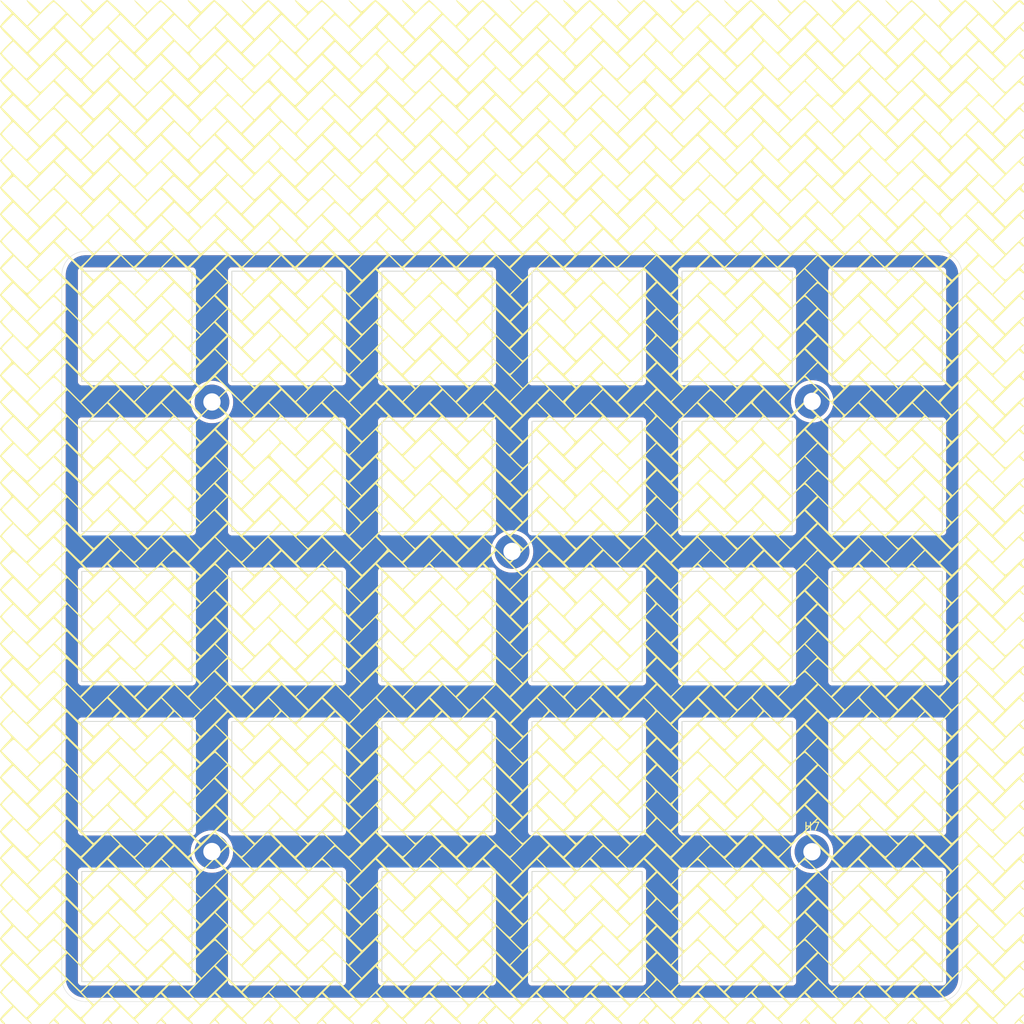
<source format=kicad_pcb>
(kicad_pcb (version 20241229) (generator "pcbnew") (generator_version "9.0")
  (layers (0 "F.Cu" signal) (2 "B.Cu" signal) (13 "F.Paste" user) (15 "B.Paste" user) (5 "F.SilkS" user "F.Silkscreen") (7 "B.SilkS" user "B.Silkscreen") (1 "F.Mask" user) (3 "B.Mask" user) (25 "Edge.Cuts" user))
  (net 0 "")
  (footprint "ScottoKeebs_Cutout:Cutout_MX_1.00u" (layer "F.Cu") (at 133.35 76.2)
    (property "Reference" "S3_0" (hide yes))
    (property "Value" "Keyswitch" (hide yes))
    (fp_line (start -7 -7) (end -7 7) (stroke (width 0.1)) (layer "Edge.Cuts"))
    (fp_line (start -7 7) (end 7 7) (stroke (width 0.1)) (layer "Edge.Cuts"))
    (fp_line (start 7 -7) (end -7 -7) (stroke (width 0.1)) (layer "Edge.Cuts"))
    (fp_line (start 7 7) (end 7 -7) (stroke (width 0.1)) (layer "Edge.Cuts"))
  )
  (footprint "MountingHole:MountingHole_2.2mm_M2_Pad" (layer "F.Cu") (at 85.725 142.875)
    (property "Reference" "H6" (hide yes))
    (property "Value" "M2" (hide yes))
    (pad "1" thru_hole circle (at 0 0) (size 4.4 4.4) (drill 2.2) (layers "*.Cu" "*.Mask"))
  )
  (footprint "MountingHole:MountingHole_2.2mm_M2_Pad" (layer "F.Cu") (at 161.925 85.725)
    (property "Reference" "H8" (hide yes))
    (property "Value" "M2")
    (pad "1" thru_hole circle (at 0 0) (size 4.4 4.4) (drill 2.2) (layers "*.Cu" "*.Mask"))
  )
  (footprint "MountingHole:MountingHole_2.2mm_M2_Pad" (layer "F.Cu") (at 161.9 142.9)
    (property "Reference" "H7" (at 0 -3.2 0) (layer "F.SilkS"))
    (property "Value" "M2")
    (pad "1" thru_hole circle (at 0 0) (size 4.4 4.4) (drill 2.2) (layers "*.Cu" "*.Mask"))
  )
  (footprint "ScottoKeebs_Cutout:Cutout_MX_1.00u" (layer "F.Cu") (at 95.25 95.25)
    (property "Reference" "S1_1" (hide yes))
    (property "Value" "Keyswitch" (hide yes))
    (fp_line (start -7 -7) (end -7 7) (stroke (width 0.1)) (layer "Edge.Cuts"))
    (fp_line (start -7 7) (end 7 7) (stroke (width 0.1)) (layer "Edge.Cuts"))
    (fp_line (start 7 -7) (end -7 -7) (stroke (width 0.1)) (layer "Edge.Cuts"))
    (fp_line (start 7 7) (end 7 -7) (stroke (width 0.1)) (layer "Edge.Cuts"))
  )
  (footprint "ScottoKeebs_Cutout:Cutout_MX_1.00u" (layer "F.Cu") (at 152.4 95.25)
    (property "Reference" "S4_1" (hide yes))
    (property "Value" "Keyswitch" (hide yes))
    (fp_line (start -7 -7) (end -7 7) (stroke (width 0.1)) (layer "Edge.Cuts"))
    (fp_line (start -7 7) (end 7 7) (stroke (width 0.1)) (layer "Edge.Cuts"))
    (fp_line (start 7 -7) (end -7 -7) (stroke (width 0.1)) (layer "Edge.Cuts"))
    (fp_line (start 7 7) (end 7 -7) (stroke (width 0.1)) (layer "Edge.Cuts"))
  )
  (footprint "ScottoKeebs_Cutout:Cutout_MX_1.00u" (layer "F.Cu") (at 95.25 114.3)
    (property "Reference" "S1_2" (hide yes))
    (property "Value" "Keyswitch" (hide yes))
    (fp_line (start -7 -7) (end -7 7) (stroke (width 0.1)) (layer "Edge.Cuts"))
    (fp_line (start -7 7) (end 7 7) (stroke (width 0.1)) (layer "Edge.Cuts"))
    (fp_line (start 7 -7) (end -7 -7) (stroke (width 0.1)) (layer "Edge.Cuts"))
    (fp_line (start 7 7) (end 7 -7) (stroke (width 0.1)) (layer "Edge.Cuts"))
  )
  (footprint "ScottoKeebs_Cutout:Cutout_MX_1.00u" (layer "F.Cu") (at 152.4 76.2)
    (property "Reference" "S4_0" (hide yes))
    (property "Value" "Keyswitch" (hide yes))
    (fp_line (start -7 -7) (end -7 7) (stroke (width 0.1)) (layer "Edge.Cuts"))
    (fp_line (start -7 7) (end 7 7) (stroke (width 0.1)) (layer "Edge.Cuts"))
    (fp_line (start 7 -7) (end -7 -7) (stroke (width 0.1)) (layer "Edge.Cuts"))
    (fp_line (start 7 7) (end 7 -7) (stroke (width 0.1)) (layer "Edge.Cuts"))
  )
  (footprint "ScottoKeebs_Cutout:Cutout_MX_1.00u" (layer "F.Cu") (at 133.35 95.25)
    (property "Reference" "S3_1" (hide yes))
    (property "Value" "Keyswitch" (hide yes))
    (fp_line (start -7 -7) (end -7 7) (stroke (width 0.1)) (layer "Edge.Cuts"))
    (fp_line (start -7 7) (end 7 7) (stroke (width 0.1)) (layer "Edge.Cuts"))
    (fp_line (start 7 -7) (end -7 -7) (stroke (width 0.1)) (layer "Edge.Cuts"))
    (fp_line (start 7 7) (end 7 -7) (stroke (width 0.1)) (layer "Edge.Cuts"))
  )
  (footprint "ScottoKeebs_Cutout:Cutout_MX_1.00u" (layer "F.Cu") (at 95.25 152.4)
    (property "Reference" "S1_4" (hide yes))
    (property "Value" "Keyswitch" (hide yes))
    (fp_line (start -7 -7) (end -7 7) (stroke (width 0.1)) (layer "Edge.Cuts"))
    (fp_line (start -7 7) (end 7 7) (stroke (width 0.1)) (layer "Edge.Cuts"))
    (fp_line (start 7 -7) (end -7 -7) (stroke (width 0.1)) (layer "Edge.Cuts"))
    (fp_line (start 7 7) (end 7 -7) (stroke (width 0.1)) (layer "Edge.Cuts"))
  )
  (footprint "ScottoKeebs_Cutout:Cutout_MX_1.00u" (layer "F.Cu") (at 95.25 76.2)
    (property "Reference" "S1_0" (hide yes))
    (property "Value" "Keyswitch" (hide yes))
    (fp_line (start -7 -7) (end -7 7) (stroke (width 0.1)) (layer "Edge.Cuts"))
    (fp_line (start -7 7) (end 7 7) (stroke (width 0.1)) (layer "Edge.Cuts"))
    (fp_line (start 7 -7) (end -7 -7) (stroke (width 0.1)) (layer "Edge.Cuts"))
    (fp_line (start 7 7) (end 7 -7) (stroke (width 0.1)) (layer "Edge.Cuts"))
  )
  (footprint "ScottoKeebs_Cutout:Cutout_MX_1.00u" (layer "F.Cu") (at 171.45 95.25)
    (property "Reference" "S5_1" (hide yes))
    (property "Value" "Keyswitch" (hide yes))
    (fp_line (start -7 -7) (end -7 7) (stroke (width 0.1)) (layer "Edge.Cuts"))
    (fp_line (start -7 7) (end 7 7) (stroke (width 0.1)) (layer "Edge.Cuts"))
    (fp_line (start 7 -7) (end -7 -7) (stroke (width 0.1)) (layer "Edge.Cuts"))
    (fp_line (start 7 7) (end 7 -7) (stroke (width 0.1)) (layer "Edge.Cuts"))
  )
  (footprint "ScottoKeebs_Cutout:Cutout_MX_1.00u" (layer "F.Cu") (at 95.25 133.35)
    (property "Reference" "S1_3" (hide yes))
    (property "Value" "Keyswitch" (hide yes))
    (fp_line (start -7 -7) (end -7 7) (stroke (width 0.1)) (layer "Edge.Cuts"))
    (fp_line (start -7 7) (end 7 7) (stroke (width 0.1)) (layer "Edge.Cuts"))
    (fp_line (start 7 -7) (end -7 -7) (stroke (width 0.1)) (layer "Edge.Cuts"))
    (fp_line (start 7 7) (end 7 -7) (stroke (width 0.1)) (layer "Edge.Cuts"))
  )
  (footprint "ScottoKeebs_Cutout:Cutout_MX_1.00u" (layer "F.Cu") (at 152.4 114.3)
    (property "Reference" "S4_2" (hide yes))
    (property "Value" "Keyswitch" (hide yes))
    (fp_line (start -7 -7) (end -7 7) (stroke (width 0.1)) (layer "Edge.Cuts"))
    (fp_line (start -7 7) (end 7 7) (stroke (width 0.1)) (layer "Edge.Cuts"))
    (fp_line (start 7 -7) (end -7 -7) (stroke (width 0.1)) (layer "Edge.Cuts"))
    (fp_line (start 7 7) (end 7 -7) (stroke (width 0.1)) (layer "Edge.Cuts"))
  )
  (footprint "ScottoKeebs_Cutout:Cutout_MX_1.00u" (layer "F.Cu") (at 76.2 133.35)
    (property "Reference" "S0_3" (hide yes))
    (property "Value" "Keyswitch" (hide yes))
    (fp_line (start -7 -7) (end -7 7) (stroke (width 0.1)) (layer "Edge.Cuts"))
    (fp_line (start -7 7) (end 7 7) (stroke (width 0.1)) (layer "Edge.Cuts"))
    (fp_line (start 7 -7) (end -7 -7) (stroke (width 0.1)) (layer "Edge.Cuts"))
    (fp_line (start 7 7) (end 7 -7) (stroke (width 0.1)) (layer "Edge.Cuts"))
  )
  (footprint "ScottoKeebs_Cutout:Cutout_MX_1.00u" (layer "F.Cu") (at 114.3 133.35)
    (property "Reference" "S2_3" (hide yes))
    (property "Value" "Keyswitch" (hide yes))
    (fp_line (start -7 -7) (end -7 7) (stroke (width 0.1)) (layer "Edge.Cuts"))
    (fp_line (start -7 7) (end 7 7) (stroke (width 0.1)) (layer "Edge.Cuts"))
    (fp_line (start 7 -7) (end -7 -7) (stroke (width 0.1)) (layer "Edge.Cuts"))
    (fp_line (start 7 7) (end 7 -7) (stroke (width 0.1)) (layer "Edge.Cuts"))
  )
  (footprint "ScottoKeebs_Cutout:Cutout_MX_1.00u" (layer "F.Cu") (at 114.3 114.3)
    (property "Reference" "S2_2" (hide yes))
    (property "Value" "Keyswitch" (hide yes))
    (fp_line (start -7 -7) (end -7 7) (stroke (width 0.1)) (layer "Edge.Cuts"))
    (fp_line (start -7 7) (end 7 7) (stroke (width 0.1)) (layer "Edge.Cuts"))
    (fp_line (start 7 -7) (end -7 -7) (stroke (width 0.1)) (layer "Edge.Cuts"))
    (fp_line (start 7 7) (end 7 -7) (stroke (width 0.1)) (layer "Edge.Cuts"))
  )
  (footprint "ScottoKeebs_Cutout:Cutout_MX_1.00u" (layer "F.Cu") (at 171.45 114.3)
    (property "Reference" "S5_2" (hide yes))
    (property "Value" "Keyswitch" (hide yes))
    (fp_line (start -7 -7) (end -7 7) (stroke (width 0.1)) (layer "Edge.Cuts"))
    (fp_line (start -7 7) (end 7 7) (stroke (width 0.1)) (layer "Edge.Cuts"))
    (fp_line (start 7 -7) (end -7 -7) (stroke (width 0.1)) (layer "Edge.Cuts"))
    (fp_line (start 7 7) (end 7 -7) (stroke (width 0.1)) (layer "Edge.Cuts"))
  )
  (footprint "ScottoKeebs_Cutout:Cutout_MX_1.00u" (layer "F.Cu") (at 133.35 152.4)
    (property "Reference" "S3_4" (hide yes))
    (property "Value" "Keyswitch" (hide yes))
    (fp_line (start -7 -7) (end -7 7) (stroke (width 0.1)) (layer "Edge.Cuts"))
    (fp_line (start -7 7) (end 7 7) (stroke (width 0.1)) (layer "Edge.Cuts"))
    (fp_line (start 7 -7) (end -7 -7) (stroke (width 0.1)) (layer "Edge.Cuts"))
    (fp_line (start 7 7) (end 7 -7) (stroke (width 0.1)) (layer "Edge.Cuts"))
  )
  (footprint "MountingHole:MountingHole_2.2mm_M2_Pad" (layer "F.Cu") (at 123.825 104.775)
    (property "Reference" "H5" (hide yes))
    (property "Value" "M2" (hide yes))
    (pad "1" thru_hole circle (at 0 0) (size 4.4 4.4) (drill 2.2) (layers "*.Cu" "*.Mask"))
  )
  (footprint "ScottoKeebs_Cutout:Cutout_MX_1.00u" (layer "F.Cu") (at 152.4 133.35)
    (property "Reference" "S4_3" (hide yes))
    (property "Value" "Keyswitch" (hide yes))
    (fp_line (start -7 -7) (end -7 7) (stroke (width 0.1)) (layer "Edge.Cuts"))
    (fp_line (start -7 7) (end 7 7) (stroke (width 0.1)) (layer "Edge.Cuts"))
    (fp_line (start 7 -7) (end -7 -7) (stroke (width 0.1)) (layer "Edge.Cuts"))
    (fp_line (start 7 7) (end 7 -7) (stroke (width 0.1)) (layer "Edge.Cuts"))
  )
  (footprint "ScottoKeebs_Cutout:Cutout_MX_1.00u" (layer "F.Cu") (at 114.3 76.2)
    (property "Reference" "S2_0" (hide yes))
    (property "Value" "Keyswitch" (hide yes))
    (fp_line (start -7 -7) (end -7 7) (stroke (width 0.1)) (layer "Edge.Cuts"))
    (fp_line (start -7 7) (end 7 7) (stroke (width 0.1)) (layer "Edge.Cuts"))
    (fp_line (start 7 -7) (end -7 -7) (stroke (width 0.1)) (layer "Edge.Cuts"))
    (fp_line (start 7 7) (end 7 -7) (stroke (width 0.1)) (layer "Edge.Cuts"))
  )
  (footprint "MountingHole:MountingHole_2.2mm_M2_Pad" (layer "F.Cu") (at 85.73 85.8)
    (property "Reference" "H9" (hide yes))
    (property "Value" "M2" (hide yes))
    (pad "1" thru_hole circle (at 0 0) (size 4.4 4.4) (drill 2.2) (layers "*.Cu" "*.Mask"))
  )
  (footprint "ScottoKeebs_Cutout:Cutout_MX_1.00u" (layer "F.Cu") (at 76.2 76.2)
    (property "Reference" "S0_0" (hide yes))
    (property "Value" "Keyswitch" (hide yes))
    (fp_line (start -7 -7) (end -7 7) (stroke (width 0.1)) (layer "Edge.Cuts"))
    (fp_line (start -7 7) (end 7 7) (stroke (width 0.1)) (layer "Edge.Cuts"))
    (fp_line (start 7 -7) (end -7 -7) (stroke (width 0.1)) (layer "Edge.Cuts"))
    (fp_line (start 7 7) (end 7 -7) (stroke (width 0.1)) (layer "Edge.Cuts"))
  )
  (footprint "ScottoKeebs_Cutout:Cutout_MX_1.00u" (layer "F.Cu") (at 133.35 133.35)
    (property "Reference" "S3_3" (hide yes))
    (property "Value" "Keyswitch" (hide yes))
    (fp_line (start -7 -7) (end -7 7) (stroke (width 0.1)) (layer "Edge.Cuts"))
    (fp_line (start -7 7) (end 7 7) (stroke (width 0.1)) (layer "Edge.Cuts"))
    (fp_line (start 7 -7) (end -7 -7) (stroke (width 0.1)) (layer "Edge.Cuts"))
    (fp_line (start 7 7) (end 7 -7) (stroke (width 0.1)) (layer "Edge.Cuts"))
  )
  (footprint "ScottoKeebs_Cutout:Cutout_MX_1.00u" (layer "F.Cu") (at 114.3 152.4)
    (property "Reference" "S2_4" (hide yes))
    (property "Value" "Keyswitch" (hide yes))
    (fp_line (start -7 -7) (end -7 7) (stroke (width 0.1)) (layer "Edge.Cuts"))
    (fp_line (start -7 7) (end 7 7) (stroke (width 0.1)) (layer "Edge.Cuts"))
    (fp_line (start 7 -7) (end -7 -7) (stroke (width 0.1)) (layer "Edge.Cuts"))
    (fp_line (start 7 7) (end 7 -7) (stroke (width 0.1)) (layer "Edge.Cuts"))
  )
  (footprint "ScottoKeebs_Cutout:Cutout_MX_1.00u" (layer "F.Cu") (at 76.2 95.25)
    (property "Reference" "S0_1" (hide yes))
    (property "Value" "Keyswitch" (hide yes))
    (fp_line (start -7 -7) (end -7 7) (stroke (width 0.1)) (layer "Edge.Cuts"))
    (fp_line (start -7 7) (end 7 7) (stroke (width 0.1)) (layer "Edge.Cuts"))
    (fp_line (start 7 -7) (end -7 -7) (stroke (width 0.1)) (layer "Edge.Cuts"))
    (fp_line (start 7 7) (end 7 -7) (stroke (width 0.1)) (layer "Edge.Cuts"))
  )
  (footprint "ScottoKeebs_Cutout:Cutout_MX_1.00u" (layer "F.Cu") (at 171.45 152.4)
    (property "Reference" "S5_4" (hide yes))
    (property "Value" "Keyswitch" (hide yes))
    (fp_line (start -7 -7) (end -7 7) (stroke (width 0.1)) (layer "Edge.Cuts"))
    (fp_line (start -7 7) (end 7 7) (stroke (width 0.1)) (layer "Edge.Cuts"))
    (fp_line (start 7 -7) (end -7 -7) (stroke (width 0.1)) (layer "Edge.Cuts"))
    (fp_line (start 7 7) (end 7 -7) (stroke (width 0.1)) (layer "Edge.Cuts"))
  )
  (footprint "ScottoKeebs_Cutout:Cutout_MX_1.00u" (layer "F.Cu") (at 114.3 95.25)
    (property "Reference" "S2_1" (hide yes))
    (property "Value" "Keyswitch" (hide yes))
    (fp_line (start -7 -7) (end -7 7) (stroke (width 0.1)) (layer "Edge.Cuts"))
    (fp_line (start -7 7) (end 7 7) (stroke (width 0.1)) (layer "Edge.Cuts"))
    (fp_line (start 7 -7) (end -7 -7) (stroke (width 0.1)) (layer "Edge.Cuts"))
    (fp_line (start 7 7) (end 7 -7) (stroke (width 0.1)) (layer "Edge.Cuts"))
  )
  (footprint "ScottoKeebs_Cutout:Cutout_MX_1.00u" (layer "F.Cu") (at 133.35 114.3)
    (property "Reference" "S3_2" (hide yes))
    (property "Value" "Keyswitch" (hide yes))
    (fp_line (start -7 -7) (end -7 7) (stroke (width 0.1)) (layer "Edge.Cuts"))
    (fp_line (start -7 7) (end 7 7) (stroke (width 0.1)) (layer "Edge.Cuts"))
    (fp_line (start 7 -7) (end -7 -7) (stroke (width 0.1)) (layer "Edge.Cuts"))
    (fp_line (start 7 7) (end 7 -7) (stroke (width 0.1)) (layer "Edge.Cuts"))
  )
  (footprint "ScottoKeebs_Cutout:Cutout_MX_1.00u" (layer "F.Cu") (at 171.45 76.2)
    (property "Reference" "S5_0" (hide yes))
    (property "Value" "Keyswitch" (hide yes))
    (fp_line (start -7 -7) (end -7 7) (stroke (width 0.1)) (layer "Edge.Cuts"))
    (fp_line (start -7 7) (end 7 7) (stroke (width 0.1)) (layer "Edge.Cuts"))
    (fp_line (start 7 -7) (end -7 -7) (stroke (width 0.1)) (layer "Edge.Cuts"))
    (fp_line (start 7 7) (end 7 -7) (stroke (width 0.1)) (layer "Edge.Cuts"))
  )
  (footprint "ScottoKeebs_Cutout:Cutout_MX_1.00u" (layer "F.Cu") (at 76.2 114.3)
    (property "Reference" "S0_2" (hide yes))
    (property "Value" "Keyswitch" (hide yes))
    (fp_line (start -7 -7) (end -7 7) (stroke (width 0.1)) (layer "Edge.Cuts"))
    (fp_line (start -7 7) (end 7 7) (stroke (width 0.1)) (layer "Edge.Cuts"))
    (fp_line (start 7 -7) (end -7 -7) (stroke (width 0.1)) (layer "Edge.Cuts"))
    (fp_line (start 7 7) (end 7 -7) (stroke (width 0.1)) (layer "Edge.Cuts"))
  )
  (footprint "herringbone:herringbone_pattern" (layer "F.Cu") (at 123.825 99.775)
    (property "Reference" "G***" (hide yes))
    (property "Value" "LOGO" (hide yes))
  )
  (footprint "ScottoKeebs_Cutout:Cutout_MX_1.00u" (layer "F.Cu") (at 76.2 152.4)
    (property "Reference" "S0_4" (hide yes))
    (property "Value" "Keyswitch" (hide yes))
    (fp_line (start -7 -7) (end -7 7) (stroke (width 0.1)) (layer "Edge.Cuts"))
    (fp_line (start -7 7) (end 7 7) (stroke (width 0.1)) (layer "Edge.Cuts"))
    (fp_line (start 7 -7) (end -7 -7) (stroke (width 0.1)) (layer "Edge.Cuts"))
    (fp_line (start 7 7) (end 7 -7) (stroke (width 0.1)) (layer "Edge.Cuts"))
  )
  (footprint "ScottoKeebs_Cutout:Cutout_MX_1.00u" (layer "F.Cu") (at 152.4 152.4)
    (property "Reference" "S4_4" (hide yes))
    (property "Value" "Keyswitch" (hide yes))
    (fp_line (start -7 -7) (end -7 7) (stroke (width 0.1)) (layer "Edge.Cuts"))
    (fp_line (start -7 7) (end 7 7) (stroke (width 0.1)) (layer "Edge.Cuts"))
    (fp_line (start 7 -7) (end -7 -7) (stroke (width 0.1)) (layer "Edge.Cuts"))
    (fp_line (start 7 7) (end 7 -7) (stroke (width 0.1)) (layer "Edge.Cuts"))
  )
  (footprint "ScottoKeebs_Cutout:Cutout_MX_1.00u" (layer "F.Cu") (at 171.45 133.35)
    (property "Reference" "S5_3" (hide yes))
    (property "Value" "Keyswitch" (hide yes))
    (fp_line (start -7 -7) (end -7 7) (stroke (width 0.1)) (layer "Edge.Cuts"))
    (fp_line (start -7 7) (end 7 7) (stroke (width 0.1)) (layer "Edge.Cuts"))
    (fp_line (start 7 -7) (end -7 -7) (stroke (width 0.1)) (layer "Edge.Cuts"))
    (fp_line (start 7 7) (end 7 -7) (stroke (width 0.1)) (layer "Edge.Cuts"))
  )
  (gr_arc (start 180.97 158.92) (mid 180.09132 161.04132) (end 177.97 161.92) (stroke (width 0.05)) (layer "Edge.Cuts"))
  (gr_line (start 66.67 158.92) (end 66.67 69.68) (stroke (width 0.05)) (layer "Edge.Cuts"))
  (gr_line (start 69.67 66.68) (end 177.97 66.68) (stroke (width 0.05)) (layer "Edge.Cuts"))
  (gr_arc (start 177.97 66.68) (mid 180.09132 67.55868) (end 180.97 69.68) (stroke (width 0.05)) (layer "Edge.Cuts"))
  (gr_arc (start 69.67 161.92) (mid 67.54868 161.04132) (end 66.67 158.92) (stroke (width 0.05)) (layer "Edge.Cuts"))
  (gr_line (start 177.97 161.92) (end 69.67 161.92) (stroke (width 0.05)) (layer "Edge.Cuts"))
  (gr_line (start 180.97 69.68) (end 180.97 158.92) (stroke (width 0.05)) (layer "Edge.Cuts"))
  (gr_arc (start 66.67 69.68) (mid 67.54868 67.55868) (end 69.67 66.68) (stroke (width 0.05)) (layer "Edge.Cuts"))
  (zone (net 0) (net_name "") (layers "F.Cu" "B.Cu") (connect_pads (clearance 0.5)) (min_thickness 0.25) (fill yes (thermal_gap 0.5) (thermal_bridge_width 0.5) (island_removal_mode 1) (island_area_min 10))
    (polygon (pts (xy 182.23 161.02) (xy 181.9 68.79) (xy 179.26 65.82) (xy 65.854538 66.110845) (xy 65.92 162.75) (xy 180.35 163)))
  )
)
</source>
